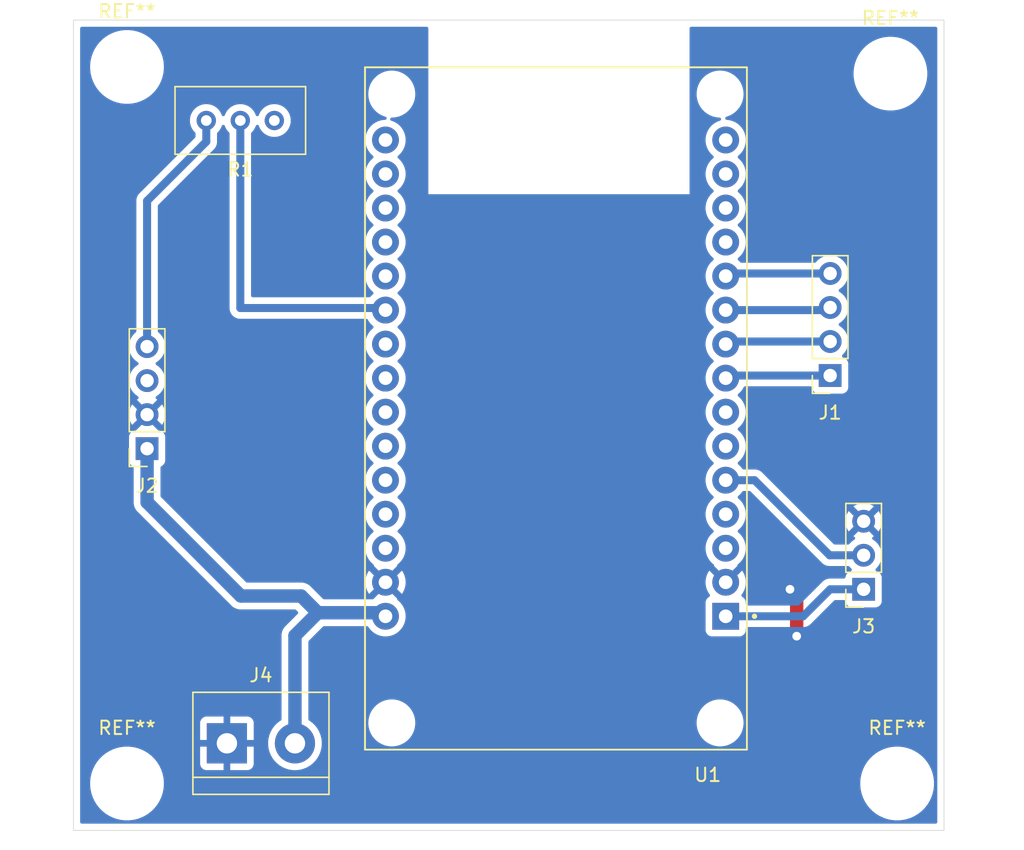
<source format=kicad_pcb>
(kicad_pcb (version 20241229) (generator "pcbnew") (generator_version "9.0")
  (layers (0 "F.Cu" signal) (2 "B.Cu" signal) (13 "F.Paste" user) (15 "B.Paste" user) (5 "F.SilkS" user "F.Silkscreen") (7 "B.SilkS" user "B.Silkscreen") (1 "F.Mask" user) (3 "B.Mask" user) (25 "Edge.Cuts" user))
  (net 0 "")
  (net 1 "+5V")
  (net 2 "GND")
  (net 4 "/d0")
  (net 5 "Net-(J3-Pin_1)")
  (net 7 "/d1")
  (net 8 "/d2")
  (net 9 "/d4")
  (net 10 "/d3")
  (net 11 "/a0")
  (net 25 "Net-(U1-D32)")
  (net 27 "unconnected-(U1-D25-Pad23)")
  (footprint "MountingHole:MountingHole_3.2mm_M3" (layer "F.Cu") (at 75 70.5)
    (property "Reference" "REF**" (at 0 -4.15 0) (layer "F.SilkS"))
    (property "Value" "MountingHole_3.2mm_M3")
    (pad "" np_thru_hole circle (at 0 0) (size 3.2 3.2) (drill 5) (layers "*.Cu" "*.Mask"))
  )
  (footprint "TerminalBlock:TerminalBlock_bornier-2_P5.08mm" (layer "F.Cu") (at 24.96 67.5)
    (property "Reference" "J4" (at 2.54 -5.08 0) (layer "F.SilkS"))
    (property "Value" "Bornera_Puenteh")
    (fp_line (start -2.54 -3.81) (end -2.54 3.81) (stroke (width 0.12)) (layer "F.SilkS"))
    (fp_line (start -2.54 3.81) (end 7.62 3.81) (stroke (width 0.12)) (layer "F.SilkS"))
    (fp_line (start 7.62 -3.81) (end -2.54 -3.81) (stroke (width 0.12)) (layer "F.SilkS"))
    (fp_line (start 7.62 2.54) (end -2.54 2.54) (stroke (width 0.12)) (layer "F.SilkS"))
    (fp_line (start 7.62 3.81) (end 7.62 -3.81) (stroke (width 0.12)) (layer "F.SilkS"))
    (pad "1" thru_hole rect (at 0 0) (size 3 3) (drill 1.52) (layers "*.Cu" "*.Mask") (net 2 "GND"))
    (pad "2" thru_hole circle (at 5.08 0) (size 3 3) (drill 1.52) (layers "*.Cu" "*.Mask") (net 1 "+5V"))
  )
  (footprint "Potentiometer_THT:Potentiometer_Bourns_3296W_Vertical" (layer "F.Cu") (at 23.42 21 180)
    (property "Reference" "R1" (at -2.54 -3.66 0) (layer "F.SilkS"))
    (property "Value" "Pot")
    (fp_line (start 2.335 -2.52) (end 2.335 2.53) (stroke (width 0.12)) (layer "F.SilkS"))
    (fp_line (start -7.415 2.53) (end 2.335 2.53) (stroke (width 0.12)) (layer "F.SilkS"))
    (fp_line (start -7.415 -2.52) (end 2.335 -2.52) (stroke (width 0.12)) (layer "F.SilkS"))
    (fp_line (start -7.415 -2.52) (end -7.415 2.53) (stroke (width 0.12)) (layer "F.SilkS"))
    (pad "1" thru_hole circle (at 0 0 180) (size 1.44 1.44) (drill 0.8) (layers "*.Cu" "*.Mask") (net 11 "/a0"))
    (pad "2" thru_hole circle (at -2.54 0 180) (size 1.44 1.44) (drill 0.8) (layers "*.Cu" "*.Mask") (net 25 "Net-(U1-D32)"))
    (pad "3" thru_hole circle (at -5.08 0 180) (size 1.44 1.44) (drill 0.8) (layers "*.Cu" "*.Mask"))
  )
  (footprint "Connector_PinSocket_2.54mm:PinSocket_1x03_P2.54mm_Vertical" (layer "F.Cu") (at 72.5 56 180)
    (property "Reference" "J3" (at 0 -2.77 0) (layer "F.SilkS"))
    (property "Value" "DHT-22")
    (fp_line (start 1.33 1.27) (end 1.33 6.41) (stroke (width 0.12)) (layer "F.SilkS"))
    (fp_line (start 1.33 -1.33) (end 1.33 0) (stroke (width 0.12)) (layer "F.SilkS"))
    (fp_line (start 0 -1.33) (end 1.33 -1.33) (stroke (width 0.12)) (layer "F.SilkS"))
    (fp_line (start -1.33 6.41) (end 1.33 6.41) (stroke (width 0.12)) (layer "F.SilkS"))
    (fp_line (start -1.33 1.27) (end 1.33 1.27) (stroke (width 0.12)) (layer "F.SilkS"))
    (fp_line (start -1.33 1.27) (end -1.33 6.41) (stroke (width 0.12)) (layer "F.SilkS"))
    (pad "1" thru_hole rect (at 0 0 180) (size 1.7 1.7) (drill 1) (layers "*.Cu" "*.Mask") (net 5 "Net-(J3-Pin_1)"))
    (pad "2" thru_hole circle (at 0 2.54 180) (size 1.7 1.7) (drill 1) (layers "*.Cu" "*.Mask") (net 4 "/d0"))
    (pad "3" thru_hole circle (at 0 5.08 180) (size 1.7 1.7) (drill 1) (layers "*.Cu" "*.Mask") (net 2 "GND"))
  )
  (footprint "Connector_PinSocket_2.54mm:PinSocket_1x04_P2.54mm_Vertical" (layer "F.Cu") (at 19 45.5 180)
    (property "Reference" "J2" (at 0 -2.77 180) (layer "F.SilkS"))
    (property "Value" "Mq-135")
    (fp_line (start 1.33 1.27) (end 1.33 8.95) (stroke (width 0.12)) (layer "F.SilkS"))
    (fp_line (start 1.33 -1.33) (end 1.33 0) (stroke (width 0.12)) (layer "F.SilkS"))
    (fp_line (start 0 -1.33) (end 1.33 -1.33) (stroke (width 0.12)) (layer "F.SilkS"))
    (fp_line (start -1.33 8.95) (end 1.33 8.95) (stroke (width 0.12)) (layer "F.SilkS"))
    (fp_line (start -1.33 1.27) (end 1.33 1.27) (stroke (width 0.12)) (layer "F.SilkS"))
    (fp_line (start -1.33 1.27) (end -1.33 8.95) (stroke (width 0.12)) (layer "F.SilkS"))
    (pad "1" thru_hole rect (at 0 0 180) (size 1.7 1.7) (drill 1) (layers "*.Cu" "*.Mask") (net 1 "+5V"))
    (pad "2" thru_hole circle (at 0 2.54 180) (size 1.7 1.7) (drill 1) (layers "*.Cu" "*.Mask") (net 2 "GND"))
    (pad "3" thru_hole circle (at 0 5.08 180) (size 1.7 1.7) (drill 1) (layers "*.Cu" "*.Mask"))
    (pad "4" thru_hole circle (at 0 7.62 180) (size 1.7 1.7) (drill 1) (layers "*.Cu" "*.Mask") (net 11 "/a0"))
  )
  (footprint "MountingHole:MountingHole_3.2mm_M3" (layer "F.Cu") (at 74.5 17.5)
    (property "Reference" "REF**" (at 0 -4.15 0) (layer "F.SilkS"))
    (property "Value" "MountingHole_3.2mm_M3")
    (pad "" np_thru_hole circle (at 0 0) (size 3.2 3.2) (drill 5) (layers "*.Cu" "*.Mask"))
  )
  (footprint "MountingHole:MountingHole_3.2mm_M3" (layer "F.Cu") (at 17.5 17)
    (property "Reference" "REF**" (at 0 -4.15 0) (layer "F.SilkS"))
    (property "Value" "MountingHole_3.2mm_M3")
    (pad "" np_thru_hole circle (at 0 0) (size 3.2 3.2) (drill 5) (layers "*.Cu" "*.Mask"))
  )
  (footprint "MountingHole:MountingHole_3.2mm_M3" (layer "F.Cu") (at 17.5 70.5)
    (property "Reference" "REF**" (at 0 -4.15 0) (layer "F.SilkS"))
    (property "Value" "MountingHole_3.2mm_M3")
    (pad "" np_thru_hole circle (at 0 0) (size 3.2 3.2) (drill 5) (layers "*.Cu" "*.Mask"))
  )
  (footprint "Connector_PinSocket_2.54mm:PinSocket_1x04_P2.54mm_Vertical" (layer "F.Cu") (at 70 40.04 180)
    (property "Reference" "J1" (at 0 -2.77 0) (layer "F.SilkS"))
    (property "Value" "Llega del Puenteh")
    (fp_line (start 1.33 1.27) (end 1.33 8.95) (stroke (width 0.12)) (layer "F.SilkS"))
    (fp_line (start 1.33 -1.33) (end 1.33 0) (stroke (width 0.12)) (layer "F.SilkS"))
    (fp_line (start 0 -1.33) (end 1.33 -1.33) (stroke (width 0.12)) (layer "F.SilkS"))
    (fp_line (start -1.33 8.95) (end 1.33 8.95) (stroke (width 0.12)) (layer "F.SilkS"))
    (fp_line (start -1.33 1.27) (end 1.33 1.27) (stroke (width 0.12)) (layer "F.SilkS"))
    (fp_line (start -1.33 1.27) (end -1.33 8.95) (stroke (width 0.12)) (layer "F.SilkS"))
    (pad "1" thru_hole rect (at 0 0 180) (size 1.7 1.7) (drill 1) (layers "*.Cu" "*.Mask") (net 7 "/d1"))
    (pad "2" thru_hole circle (at 0 2.54 180) (size 1.7 1.7) (drill 1) (layers "*.Cu" "*.Mask") (net 8 "/d2"))
    (pad "3" thru_hole circle (at 0 5.08 180) (size 1.7 1.7) (drill 1) (layers "*.Cu" "*.Mask") (net 10 "/d3"))
    (pad "4" thru_hole circle (at 0 7.62 180) (size 1.7 1.7) (drill 1) (layers "*.Cu" "*.Mask") (net 9 "/d4"))
  )
  (footprint "DEVKITESP32:MODULE_ESP32_DEVKIT_V1" (layer "F.Cu") (at 49.5 42.5 180)
    (property "Reference" "U1" (at -11.355 -27.36 0) (layer "F.SilkS"))
    (property "Value" "ESP32-DEVKIT-V1")
    (fp_line (start 14.23 25.475) (end -14.28 25.475) (stroke (width 0.127)) (layer "F.SilkS"))
    (fp_line (start 14.23 -25.475) (end 14.23 25.475) (stroke (width 0.127)) (layer "F.SilkS"))
    (fp_line (start 14.23 -25.475) (end 14.23 25.475) (stroke (width 0.127)) (layer "F.SilkS"))
    (fp_line (start 8.78 25.475) (end 14.23 25.475) (stroke (width 0.127)) (layer "F.SilkS"))
    (fp_line (start 3.5 -25.475) (end 14.23 -25.475) (stroke (width 0.127)) (layer "F.SilkS"))
    (fp_line (start -3.211 -25.475) (end 3.5 -25.475) (stroke (width 0.127)) (layer "F.SilkS"))
    (fp_line (start -8.91 25.475) (end 8.78 25.475) (stroke (width 0.127)) (layer "F.SilkS"))
    (fp_line (start -14.28 25.475) (end -8.91 25.475) (stroke (width 0.127)) (layer "F.SilkS"))
    (fp_line (start -14.28 25.475) (end -14.28 -25.475) (stroke (width 0.127)) (layer "F.SilkS"))
    (fp_line (start -14.28 25.475) (end -14.28 -25.475) (stroke (width 0.127)) (layer "F.SilkS"))
    (fp_line (start -14.28 -25.475) (end 14.23 -25.475) (stroke (width 0.127)) (layer "F.SilkS"))
    (fp_line (start -14.28 -25.475) (end -3.211 -25.475) (stroke (width 0.127)) (layer "F.SilkS"))
    (fp_circle (center -14.85 -15.515) (end -14.75 -15.515) (stroke (width 0.2)) (fill no) (layer "F.SilkS"))
    (pad "" np_thru_hole circle (at -12.28 -23.475 180) (size 3 3) (drill 3) (layers "*.Cu" "*.Mask"))
    (pad "" np_thru_hole circle (at -12.28 23.475 180) (size 3 3) (drill 3) (layers "*.Cu" "*.Mask"))
    (pad "" np_thru_hole circle (at 12.23 -23.475 180) (size 3 3) (drill 3) (layers "*.Cu" "*.Mask"))
    (pad "" np_thru_hole circle (at 12.23 23.475 180) (size 3 3) (drill 3) (layers "*.Cu" "*.Mask"))
    (pad "1" thru_hole rect (at -12.7 -15.515 180) (size 2 2) (drill 1.02) (layers "*.Cu" "*.Mask") (net 5 "Net-(J3-Pin_1)"))
    (pad "2" thru_hole circle (at -12.7 -12.975 180) (size 2 2) (drill 1.02) (layers "*.Cu" "*.Mask") (net 2 "GND"))
    (pad "3" thru_hole circle (at -12.7 -10.435 180) (size 2 2) (drill 1.02) (layers "*.Cu" "*.Mask"))
    (pad "4" thru_hole circle (at -12.7 -7.895 180) (size 2 2) (drill 1.02) (layers "*.Cu" "*.Mask"))
    (pad "5" thru_hole circle (at -12.7 -5.355 180) (size 2 2) (drill 1.02) (layers "*.Cu" "*.Mask") (net 4 "/d0"))
    (pad "6" thru_hole circle (at -12.7 -2.815 180) (size 2 2) (drill 1.02) (layers "*.Cu" "*.Mask"))
    (pad "7" thru_hole circle (at -12.7 -0.275 180) (size 2 2) (drill 1.02) (layers "*.Cu" "*.Mask"))
    (pad "8" thru_hole circle (at -12.7 2.265 180) (size 2 2) (drill 1.02) (layers "*.Cu" "*.Mask") (net 7 "/d1"))
    (pad "9" thru_hole circle (at -12.7 4.805 180) (size 2 2) (drill 1.02) (layers "*.Cu" "*.Mask") (net 8 "/d2"))
    (pad "10" thru_hole circle (at -12.7 7.345 180) (size 2 2) (drill 1.02) (layers "*.Cu" "*.Mask") (net 10 "/d3"))
    (pad "11" thru_hole circle (at -12.7 9.885 180) (size 2 2) (drill 1.02) (layers "*.Cu" "*.Mask") (net 9 "/d4"))
    (pad "12" thru_hole circle (at -12.7 12.425 180) (size 2 2) (drill 1.02) (layers "*.Cu" "*.Mask"))
    (pad "13" thru_hole circle (at -12.7 14.965 180) (size 2 2) (drill 1.02) (layers "*.Cu" "*.Mask"))
    (pad "14" thru_hole circle (at -12.7 17.505 180) (size 2 2) (drill 1.02) (layers "*.Cu" "*.Mask"))
    (pad "15" thru_hole circle (at -12.7 20.045 180) (size 2 2) (drill 1.02) (layers "*.Cu" "*.Mask"))
    (pad "16" thru_hole circle (at 12.7 20.045 180) (size 2 2) (drill 1.02) (layers "*.Cu" "*.Mask"))
    (pad "17" thru_hole circle (at 12.7 17.505 180) (size 2 2) (drill 1.02) (layers "*.Cu" "*.Mask"))
    (pad "18" thru_hole circle (at 12.7 14.965 180) (size 2 2) (drill 1.02) (layers "*.Cu" "*.Mask"))
    (pad "19" thru_hole circle (at 12.7 12.425 180) (size 2 2) (drill 1.02) (layers "*.Cu" "*.Mask"))
    (pad "20" thru_hole circle (at 12.7 9.885 180) (size 2 2) (drill 1.02) (layers "*.Cu" "*.Mask"))
    (pad "21" thru_hole circle (at 12.7 7.345 180) (size 2 2) (drill 1.02) (layers "*.Cu" "*.Mask") (net 25 "Net-(U1-D32)"))
    (pad "22" thru_hole circle (at 12.7 4.805 180) (size 2 2) (drill 1.02) (layers "*.Cu" "*.Mask"))
    (pad "23" thru_hole circle (at 12.7 2.265 180) (size 2 2) (drill 1.02) (layers "*.Cu" "*.Mask") (net 27 "unconnected-(U1-D25-Pad23)"))
    (pad "24" thru_hole circle (at 12.7 -0.275 180) (size 2 2) (drill 1.02) (layers "*.Cu" "*.Mask"))
    (pad "25" thru_hole circle (at 12.7 -2.815 180) (size 2 2) (drill 1.02) (layers "*.Cu" "*.Mask"))
    (pad "26" thru_hole circle (at 12.7 -5.355 180) (size 2 2) (drill 1.02) (layers "*.Cu" "*.Mask"))
    (pad "27" thru_hole circle (at 12.7 -7.895 180) (size 2 2) (drill 1.02) (layers "*.Cu" "*.Mask"))
    (pad "28" thru_hole circle (at 12.7 -10.435 180) (size 2 2) (drill 1.02) (layers "*.Cu" "*.Mask"))
    (pad "29" thru_hole circle (at 12.7 -12.975 180) (size 2 2) (drill 1.02) (layers "*.Cu" "*.Mask") (net 2 "GND"))
    (pad "30" thru_hole circle (at 12.7 -15.515 180) (size 2 2) (drill 1.02) (layers "*.Cu" "*.Mask") (net 1 "+5V"))
    (zone (net 0) (net_name "") (layer "B.Cu") (connect_pads (clearance 0)) (min_thickness 0.01)
      (keepout (tracks not_allowed) (vias not_allowed) (pads not_allowed) (copperpour not_allowed) (footprints allowed))
      (fill (thermal_gap 0.508) (thermal_bridge_width 0.508))
      (polygon (pts (xy 58.41 23.515) (xy 40.72 23.515) (xy 40.72 17.025) (xy 58.41 17.025)))
    )
  )
  (gr_rect (start 13.5 13.5) (end 78.5 74) (stroke (width 0.05)) (fill no) (layer "Edge.Cuts"))
  (segment (start 31.75 57.75) (end 36.535 57.75) (width 1) (layer "B.Cu") (net 1))
  (segment (start 19 49.5) (end 26 56.5) (width 1) (layer "B.Cu") (net 1))
  (segment (start 30.04 59.46) (end 31.75 57.75) (width 1) (layer "B.Cu") (net 1))
  (segment (start 26 56.5) (end 30.5 56.5) (width 1) (layer "B.Cu") (net 1))
  (segment (start 36.535 57.75) (end 36.8 58.015) (width 1) (layer "B.Cu") (net 1))
  (segment (start 19 45.5) (end 19 49.5) (width 1) (layer "B.Cu") (net 1))
  (segment (start 30.5 56.5) (end 31.75 57.75) (width 1) (layer "B.Cu") (net 1))
  (segment (start 30.04 67.5) (end 30.04 59.46) (width 1) (layer "B.Cu") (net 1))
  (segment (start 67.5 56.5) (end 67 56) (width 1) (layer "F.Cu") (net 2))
  (segment (start 67.5 59.5) (end 67.5 56.5) (width 1) (layer "F.Cu") (net 2))
  (via (at 67.5 59.5) (size 1.1) (drill 0.65) (layers "F.Cu" "B.Cu") (net 2))
  (via (at 67 56) (size 1.1) (drill 0.65) (layers "F.Cu" "B.Cu") (net 2))
  (segment (start 36.8 55.3) (end 36.8 55.475) (width 1) (layer "B.Cu") (net 2))
  (segment (start 72.5 53.46) (end 69.96 53.46) (width 0.6) (layer "B.Cu") (net 4))
  (segment (start 69.96 53.46) (end 64.355 47.855) (width 0.6) (layer "B.Cu") (net 4))
  (segment (start 64.355 47.855) (end 62.2 47.855) (width 0.6) (layer "B.Cu") (net 4))
  (segment (start 67.985 58.015) (end 62.2 58.015) (width 0.6) (layer "B.Cu") (net 5))
  (segment (start 72.5 56) (end 70 56) (width 0.6) (layer "B.Cu") (net 5))
  (segment (start 70 56) (end 67.985 58.015) (width 0.6) (layer "B.Cu") (net 5))
  (segment (start 69.82 40.22) (end 70 40.04) (width 0.6) (layer "B.Cu") (net 7))
  (segment (start 70 40.04) (end 62.395 40.04) (width 0.6) (layer "B.Cu") (net 7))
  (segment (start 62.395 40.04) (end 62.2 40.235) (width 0.6) (layer "B.Cu") (net 7))
  (segment (start 62.395 37.5) (end 62.2 37.695) (width 0.6) (layer "B.Cu") (net 8))
  (segment (start 70 37.5) (end 62.395 37.5) (width 0.6) (layer "B.Cu") (net 8))
  (segment (start 62.395 32.42) (end 62.2 32.615) (width 0.6) (layer "B.Cu") (net 9))
  (segment (start 70 32.42) (end 62.395 32.42) (width 0.6) (layer "B.Cu") (net 9))
  (segment (start 69.54 34.96) (end 69.345 35.155) (width 0.6) (layer "B.Cu") (net 10))
  (segment (start 69.82 35.14) (end 70 34.96) (width 0.6) (layer "B.Cu") (net 10))
  (segment (start 70 34.96) (end 69.54 34.96) (width 0.6) (layer "B.Cu") (net 10))
  (segment (start 69.345 35.155) (end 62.2 35.155) (width 0.6) (layer "B.Cu") (net 10))
  (segment (start 23.42 22.58) (end 19 27) (width 0.6) (layer "B.Cu") (net 11))
  (segment (start 19 27) (end 19 37.88) (width 0.6) (layer "B.Cu") (net 11))
  (segment (start 23.42 21) (end 23.42 22.58) (width 0.6) (layer "B.Cu") (net 11))
  (segment (start 25.96 35) (end 36.645 35) (width 0.6) (layer "B.Cu") (net 25))
  (segment (start 25.96 21) (end 25.96 35) (width 0.6) (layer "B.Cu") (net 25))
  (segment (start 36.645 35) (end 36.8 35.155) (width 0.6) (layer "B.Cu") (net 25))
  (segment (start 36.735 40.235) (end 36.8 40.235) (width 0.6) (layer "B.Cu") (net 27))
  (zone (net 2) (net_name "GND") (layer "B.Cu") (connect_pads (clearance 0.5)) (min_thickness 0.25) (fill yes (thermal_gap 0.5) (thermal_bridge_width 0.5))
    (polygon (pts (xy 13.5 13.5) (xy 13.5 74) (xy 78.5 74) (xy 78.5 13.5) (xy 59.5 13.5) (xy 59.5 26.5) (xy 40 26.5) (xy 40 13.5)))
  )
)
</source>
